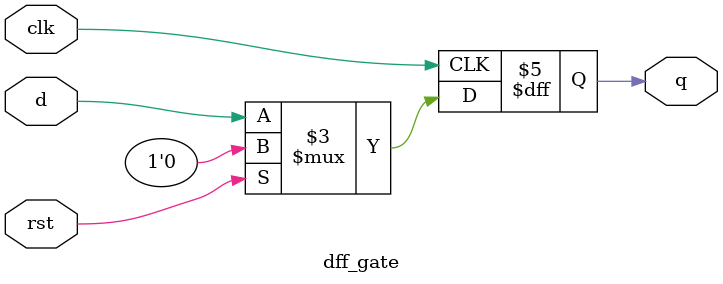
<source format=v>
module dff_gate (
    input  wire clk,
    input  wire rst,
    input  wire d,
    output reg  q
);
    always @(posedge clk) begin
        if (rst)
            q <= 1'b0;
        else
            q <= d;
    end
endmodule

</source>
